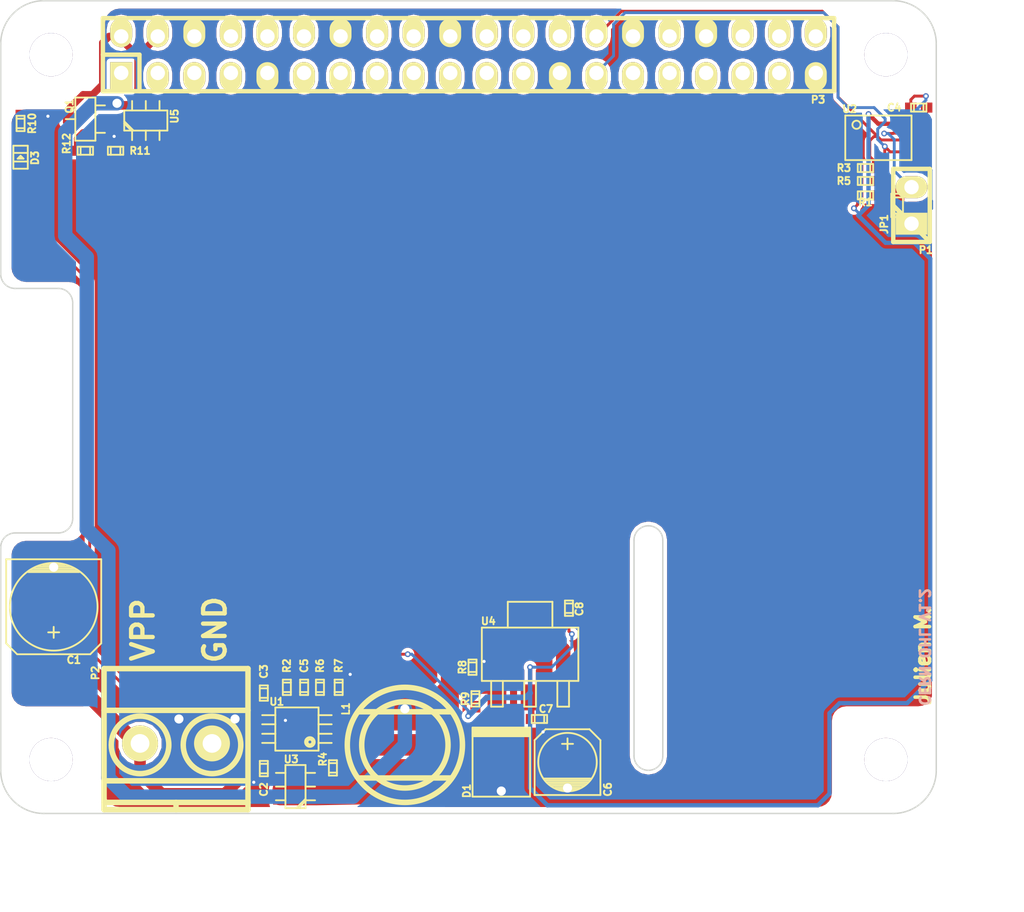
<source format=kicad_pcb>
(kicad_pcb (version 20211014) (generator pcbnew)
  (title_block (title "Raspberry Pi Hat Template") (date "2015-12-24") (rev "0.1") (company "OpenFet") (comment 1 "Author: Julien") (comment 2 "License: CERN OHL V1.2"))
  (layers (0 "F.Cu" signal) (31 "B.Cu" signal) (34 "B.Paste" user) (35 "F.Paste" user) (36 "B.SilkS" user "B.Silkscreen") (37 "F.SilkS" user "F.Silkscreen") (38 "B.Mask" user) (39 "F.Mask" user) (44 "Edge.Cuts" user))
  (net 0 "")
  (net 1 "GND")
  (net 2 "/Back Power Protection/5V_MCU")
  (net 3 "+3V3")
  (net 4 "+24V")
  (net 5 "+5V")
  (net 6 "Net-(C3-Pad2)")
  (net 7 "Net-(C5-Pad2)")
  (net 8 "Net-(D1-Pad2)")
  (net 9 "Net-(D3-Pad2)")
  (net 10 "Net-(JP1-Pad1)")
  (net 11 "Net-(P3-Pad27)")
  (net 12 "Net-(P3-Pad28)")
  (net 13 "Net-(Q1-Pad1)")
  (net 14 "Net-(R4-Pad2)")
  (net 15 "Net-(R8-Pad1)")
  (net 16 "Net-(R11-Pad1)")
  (net 17 "Net-(U1-Pad3)")
  (net 18 "Net-(U1-Pad7)")
  (net 19 "Net-(P3-Pad1)")
  (net 20 "Net-(P3-Pad3)")
  (net 21 "Net-(P3-Pad5)")
  (net 22 "Net-(P3-Pad7)")
  (net 23 "Net-(P3-Pad8)")
  (net 24 "Net-(P3-Pad10)")
  (net 25 "Net-(P3-Pad11)")
  (net 26 "Net-(P3-Pad12)")
  (net 27 "Net-(P3-Pad13)")
  (net 28 "Net-(P3-Pad15)")
  (net 29 "Net-(P3-Pad16)")
  (net 30 "Net-(P3-Pad17)")
  (net 31 "Net-(P3-Pad18)")
  (net 32 "Net-(P3-Pad19)")
  (net 33 "Net-(P3-Pad21)")
  (net 34 "Net-(P3-Pad22)")
  (net 35 "Net-(P3-Pad23)")
  (net 36 "Net-(P3-Pad24)")
  (net 37 "Net-(P3-Pad26)")
  (net 38 "Net-(P3-Pad29)")
  (net 39 "Net-(P3-Pad31)")
  (net 40 "Net-(P3-Pad32)")
  (net 41 "Net-(P3-Pad33)")
  (net 42 "Net-(P3-Pad35)")
  (net 43 "Net-(P3-Pad36)")
  (net 44 "Net-(P3-Pad37)")
  (net 45 "Net-(P3-Pad40)")
  (footprint "Mounting_Holes:MountingHole_3mm" (layer "F.Cu") (at 166.42 74.82)
    (fp_text reference "REF**" hide)
    (fp_text value "MountingHole_3mm" hide)
  )
  (footprint "Mounting_Holes:MountingHole_3mm" (layer "F.Cu") (at 108.42 74.82)
    (fp_text reference "REF**" hide)
    (fp_text value "MountingHole_3mm" hide)
  )
  (footprint "Mounting_Holes:MountingHole_3mm" (layer "F.Cu") (at 108.42 123.82)
    (fp_text reference "REF**" hide)
    (fp_text value "MountingHole_3mm" hide)
  )
  (footprint "Mounting_Holes:MountingHole_3mm" (layer "F.Cu") (at 166.42 123.82)
    (fp_text reference "REF**" hide)
    (fp_text value "MountingHole_3mm" hide)
  )
  (footprint "w_pin_strip:pin_socket_20x2" (layer "F.Cu") (at 137.42 74.82)
    (fp_text reference "P3")
    (fp_text value "Raspberry_Pi_+_Conn" hide)
  )
  (footprint "w_smd_cap:c_elec_6.3x7.7" (layer "F.Cu") (at 108.6 113.2 -90)
    (fp_text reference "C1")
    (fp_text value "50uf/50v" hide)
  )
  (footprint "w_smd_cap:c_0402" (layer "F.Cu") (at 123.2 124.44864 90)
    (fp_text reference "C2")
    (fp_text value "0.1uf" hide)
  )
  (footprint "w_smd_cap:c_0402" (layer "F.Cu") (at 123.2 119.2 90)
    (fp_text reference "C3")
    (fp_text value "1nf" hide)
  )
  (footprint "w_smd_cap:c_0402" (layer "F.Cu") (at 168.7 78.5)
    (fp_text reference "C4")
    (fp_text value "0.1uf" hide)
  )
  (footprint "w_smd_cap:c_0402" (layer "F.Cu") (at 126 118.8 90)
    (fp_text reference "C5")
    (fp_text value "0.1uf" hide)
  )
  (footprint "w_smd_cap:c_elec_4x5.3" (layer "F.Cu") (at 144.3 124 90)
    (fp_text reference "C6")
    (fp_text value "10uf/6.3V" hide)
  )
  (footprint "w_smd_cap:c_0402" (layer "F.Cu") (at 142.34864 121 180)
    (fp_text reference "C7")
    (fp_text value "0.1uf" hide)
  )
  (footprint "w_smd_diode:do214aa" (layer "F.Cu") (at 139.7 124 90)
    (fp_text reference "D1")
    (fp_text value "DIODESCH" hide)
  )
  (footprint "w_smd_leds:Led_0603" (layer "F.Cu") (at 106.3 81.9493 90)
    (fp_text reference "D3")
    (fp_text value "LED" hide)
  )
  (footprint "w_smd_resistors:r_0603" (layer "F.Cu") (at 167.2 85.3 90)
    (fp_text reference "JP1")
    (fp_text value "JUMPER" hide)
  )
  (footprint "w_smd_inductors:inductor_smd_8x5mm" (layer "F.Cu") (at 133 122.8 90)
    (fp_text reference "L1")
    (fp_text value "22uH" hide)
  )
  (footprint "w_pin_strip:pin_strip_2" (layer "F.Cu") (at 168.2 85.3 90)
    (fp_text reference "P1")
    (fp_text value "CONN_01X02" hide)
  )
  (footprint "w_conn_mkds:mkds_1,5-2" (layer "F.Cu") (at 117.1 122.7)
    (fp_text reference "P2")
    (fp_text value "CONN_01X02" hide)
  )
  (footprint "w_smd_trans:sot23" (layer "F.Cu") (at 110.8 79.3 90)
    (fp_text reference "Q1")
    (fp_text value "BSS138" hide)
  )
  (footprint "w_smd_resistors:r_0402" (layer "F.Cu") (at 165 84.6 180)
    (fp_text reference "R1")
    (fp_text value "1k" hide)
  )
  (footprint "w_smd_resistors:r_0402" (layer "F.Cu") (at 124.8 118.8 90)
    (fp_text reference "R2")
    (fp_text value "24k" hide)
  )
  (footprint "w_smd_resistors:r_0402" (layer "F.Cu") (at 165 82.7 180)
    (fp_text reference "R3")
    (fp_text value "3.9k" hide)
  )
  (footprint "w_smd_resistors:r_0402" (layer "F.Cu") (at 165 83.6 180)
    (fp_text reference "R5")
    (fp_text value "3.9k" hide)
  )
  (footprint "w_smd_resistors:r_0402" (layer "F.Cu") (at 127.1 118.8 90)
    (fp_text reference "R6")
    (fp_text value "30k" hide)
  )
  (footprint "w_smd_resistors:r_0402" (layer "F.Cu") (at 128.4 118.8 -90)
    (fp_text reference "R7")
    (fp_text value "10k" hide)
  )
  (footprint "w_smd_resistors:r_0402" (layer "F.Cu") (at 137.7 117.4 -90)
    (fp_text reference "R8")
    (fp_text value "390" hide)
  )
  (footprint "w_smd_resistors:r_0402" (layer "F.Cu") (at 137.9 119.6 -90)
    (fp_text reference "R9")
    (fp_text value "240" hide)
  )
  (footprint "w_smd_resistors:r_0402" (layer "F.Cu") (at 106.3 79.6 -90)
    (fp_text reference "R10")
    (fp_text value "360" hide)
  )
  (footprint "w_smd_resistors:r_0402" (layer "F.Cu") (at 112.9 81.5)
    (fp_text reference "R11")
    (fp_text value "10k" hide)
  )
  (footprint "w_smd_resistors:r_0402" (layer "F.Cu") (at 110.8 81.5 180)
    (fp_text reference "R12")
    (fp_text value "47k" hide)
  )
  (footprint "w_smd_dil:msoic-8" (layer "F.Cu") (at 125.5 121.7 90)
    (fp_text reference "U1")
    (fp_text value "LM3489" hide)
  )
  (footprint "w_smd_dil:tssop-8" (layer "F.Cu") (at 165.9 80.6 -90)
    (fp_text reference "U2")
    (fp_text value "CAT24C32HU4I-GT3" hide)
  )
  (footprint "w_smd_trans:sot23-6" (layer "F.Cu") (at 125.4 125.7 90)
    (fp_text reference "U3")
    (fp_text value "FDC5614P" hide)
  )
  (footprint "w_smd_trans:sot223" (layer "F.Cu") (at 141.7 116.5)
    (fp_text reference "U4")
    (fp_text value "LM1117IMPX-ADJ" hide)
  )
  (footprint "w_smd_trans:sot23-6" (layer "F.Cu") (at 115 79.4)
    (fp_text reference "U5")
    (fp_text value "DMMT5401" hide)
  )
  (footprint "w_smd_resistors:r_0402" (layer "F.Cu") (at 128 124.4 -90)
    (fp_text reference "R4")
    (fp_text value "270" hide)
  )
  (footprint "w_smd_cap:c_0402" (layer "F.Cu") (at 144.4 113.3 -90)
    (fp_text reference "C8")
    (fp_text value "1uf" hide)
  )
  (gr_arc (start 166.92 71.07) (mid 169.04132 71.94868) (end 169.92 74.07) (layer "Edge.Cuts") (width 0.1))
  (gr_arc (start 104.92 109.07) (mid 105.212893 108.362893) (end 105.92 108.07) (layer "Edge.Cuts") (width 0.1))
  (gr_line (start 104.92 109.07) (end 104.92 124.57) (layer "Edge.Cuts") (width 0.1))
  (gr_arc (start 169.92 124.57) (mid 169.04132 126.69132) (end 166.92 127.57) (layer "Edge.Cuts") (width 0.1))
  (gr_arc (start 105.92 91.07) (mid 105.212893 90.777107) (end 104.92 90.07) (layer "Edge.Cuts") (width 0.1))
  (gr_arc (start 108.92 91.07) (mid 109.627107 91.362893) (end 109.92 92.07) (layer "Edge.Cuts") (width 0.1))
  (gr_line (start 109.92 92.07) (end 109.92 107.07) (layer "Edge.Cuts") (width 0.1))
  (gr_line (start 166.92 127.57) (end 107.92 127.57) (layer "Edge.Cuts") (width 0.1))
  (gr_arc (start 149.92 107.57) (mid 150.627107 107.862893) (end 150.92 108.57) (layer "Edge.Cuts") (width 0.1))
  (gr_line (start 148.92 123.57) (end 148.92 108.57) (layer "Edge.Cuts") (width 0.1))
  (gr_line (start 150.92 108.57) (end 150.92 123.57) (layer "Edge.Cuts") (width 0.1))
  (gr_arc (start 109.92 107.07) (mid 109.627107 107.777107) (end 108.92 108.07) (layer "Edge.Cuts") (width 0.1))
  (gr_arc (start 150.92 123.57) (mid 150.627107 124.277107) (end 149.92 124.57) (layer "Edge.Cuts") (width 0.1))
  (gr_arc (start 148.92 108.57) (mid 149.212893 107.862893) (end 149.92 107.57) (layer "Edge.Cuts") (width 0.1))
  (gr_line (start 104.92 90.07) (end 104.92 74.07) (layer "Edge.Cuts") (width 0.1))
  (gr_arc (start 104.92 74.07) (mid 105.79868 71.94868) (end 107.92 71.07) (layer "Edge.Cuts") (width 0.1))
  (gr_line (start 169.92 74.07) (end 169.92 124.57) (layer "Edge.Cuts") (width 0.1))
  (gr_arc (start 107.92 127.57) (mid 105.79868 126.69132) (end 104.92 124.57) (layer "Edge.Cuts") (width 0.1))
  (gr_line (start 105.92 91.07) (end 108.92 91.07) (layer "Edge.Cuts") (width 0.1))
  (gr_line (start 107.92 71.07) (end 166.92 71.07) (layer "Edge.Cuts") (width 0.1))
  (gr_line (start 108.92 108.07) (end 105.92 108.07) (layer "Edge.Cuts") (width 0.1))
  (gr_arc (start 149.92 124.57) (mid 149.212893 124.277107) (end 148.92 123.57) (layer "Edge.Cuts") (width 0.1))
  (gr_text "CERN OHL V1.2" (at 169.1 116 270) (layer "B.SilkS") (effects (font (size 0.7 0.7) (thickness 0.175)) (justify mirror)))
  (gr_text "VPP" (at 114.8 114.8 90) (layer "F.SilkS") (effects (font (size 1.5 1.5) (thickness 0.3))))
  (gr_text "Julien M." (at 169 116.6 90) (layer "F.SilkS") (effects (font (size 1 1) (thickness 0.25))))
  (gr_text "GND" (at 119.8 114.8 90) (layer "F.SilkS") (effects (font (size 1.5 1.5) (thickness 0.3))))
  (segment (start 119 122.7) (end 117.3 121) (width 1) (layer "F.Cu") (net 1))
  (segment (start 124.42512 121.37488) (end 124.7 121.1) (width 0.4) (layer "F.Cu") (net 1))
  (segment (start 138.35136 116.85136) (end 138.5 117) (width 0.2) (layer "F.Cu") (net 1))
  (segment (start 167.71816 86.57) (end 167.2 86.05184) (width 0.2) (layer "F.Cu") (net 1))
  (segment (start 117.3 121) (end 116.855501 120.555501) (width 0.8) (layer "F.Cu") (net 1))
  (segment (start 116.855501 120.555501) (end 114.055501 120.555501) (width 0.8) (layer "F.Cu") (net 1))
  (segment (start 137.7 116.85136) (end 138.35136 116.85136) (width 0.2) (layer "F.Cu") (net 1))
  (segment (start 123.2 124.99728) (end 122.90272 124.99728) (width 0.2) (layer "F.Cu") (net 1))
  (segment (start 123.19876 121.37488) (end 124.42512 121.37488) (width 0.4) (layer "F.Cu") (net 1))
  (segment (start 168.40211 77.7) (end 169.2 77.7) (width 0.2) (layer "F.Cu") (net 1))
  (segment (start 129.2 118.20061) (end 129.2 117.9) (width 0.4) (layer "F.Cu") (net 1))
  (segment (start 106.3 79.05136) (end 106.84925 79.05136) (width 0.2) (layer "F.Cu") (net 1))
  (segment (start 119.6 122.7) (end 119 122.7) (width 1) (layer "F.Cu") (net 1))
  (segment (start 142.89728 121.60272) (end 142.6 121.9) (width 0.4) (layer "F.Cu") (net 1))
  (segment (start 168.2 86.57) (end 167.71816 86.57) (width 0.2) (layer "F.Cu") (net 1))
  (segment (start 107.10061 78.8) (end 107.9 78.8) (width 0.2) (layer "F.Cu") (net 1))
  (segment (start 129.14925 118.25136) (end 129.2 118.20061) (width 0.4) (layer "F.Cu") (net 1))
  (segment (start 106.84925 79.05136) (end 107.10061 78.8) (width 0.2) (layer "F.Cu") (net 1))
  (segment (start 128.4 118.25136) (end 129.14925 118.25136) (width 0.4) (layer "F.Cu") (net 1))
  (segment (start 168.15136 77.95075) (end 168.40211 77.7) (width 0.2) (layer "F.Cu") (net 1))
  (segment (start 122.90272 124.99728) (end 122.5 125.4) (width 0.2) (layer "F.Cu") (net 1))
  (segment (start 168.15136 78.5) (end 168.15136 77.95075) (width 0.2) (layer "F.Cu") (net 1))
  (segment (start 112.35136 81.5) (end 112.35136 80.94864) (width 0.2) (layer "F.Cu") (net 1))
  (segment (start 108.6 111.44867) (end 108.6 110.44918) (width 0.8) (layer "F.Cu") (net 1))
  (segment (start 112.35136 80.94864) (end 112.8 80.5) (width 0.2) (layer "F.Cu") (net 1))
  (segment (start 107.9 78.8) (end 108.2 79.1) (width 0.2) (layer "F.Cu") (net 1))
  (segment (start 110.3 116.8) (end 110.3 113.14867) (width 0.8) (layer "F.Cu") (net 1))
  (segment (start 114.055501 120.555501) (end 110.3 116.8) (width 0.8) (layer "F.Cu") (net 1))
  (segment (start 142.89728 121) (end 142.89728 121.60272) (width 0.4) (layer "F.Cu") (net 1))
  (segment (start 110.3 113.14867) (end 108.6 111.44867) (width 0.8) (layer "F.Cu") (net 1))
  (segment (start 111.34864 81.5) (end 112.35136 81.5) (width 0.5) (layer "F.Cu") (net 1))
  (via (at 108.2 79.1) (size 0.4) (drill 0.22) (layers "F.Cu" "B.Cu") (net 1))
  (via (at 139.7 126.00914) (size 0.889) (drill 0.635) (layers "F.Cu" "B.Cu") (net 1))
  (via (at 144.3 125.80086) (size 0.889) (drill 0.635) (layers "F.Cu" "B.Cu") (net 1))
  (via (at 129.2 117.9) (size 0.4) (drill 0.22) (layers "F.Cu" "B.Cu") (net 1))
  (via (at 117.3 121) (size 0.889) (drill 0.635) (layers "F.Cu" "B.Cu") (net 1))
  (via (at 138.5 117) (size 0.4) (drill 0.22) (layers "F.Cu" "B.Cu") (net 1))
  (via (at 124.7 121.1) (size 0.4) (drill 0.22) (layers "F.Cu" "B.Cu") (net 1))
  (via (at 169.2 77.7) (size 0.4) (drill 0.22) (layers "F.Cu" "B.Cu") (net 1))
  (via (at 142.6 121.9) (size 0.4) (drill 0.22) (layers "F.Cu" "B.Cu") (net 1))
  (via (at 121.2 121) (size 0.889) (drill 0.635) (layers "F.Cu" "B.Cu") (net 1))
  (via (at 122.5 125.4) (size 0.4) (drill 0.22) (layers "F.Cu" "B.Cu") (net 1))
  (via (at 108.6 110.44918) (size 0.889) (drill 0.635) (layers "F.Cu" "B.Cu") (net 1))
  (via (at 112.8 80.5) (size 0.4) (drill 0.22) (layers "F.Cu" "B.Cu") (net 1))
  (segment (start 169.2 77.982842) (end 168.4 78.782842) (width 0.2) (layer "B.Cu") (net 1))
  (segment (start 119.6 122.7) (end 119.6 122.6) (width 1) (layer "B.Cu") (net 1))
  (segment (start 169.54983 82.84983) (end 169.54983 84.95017) (width 0.2) (layer "B.Cu") (net 1))
  (segment (start 169.2 77.7) (end 169.2 77.982842) (width 0.2) (layer "B.Cu") (net 1))
  (segment (start 168.53782 86.57) (end 168.2 86.57) (width 0.2) (layer "B.Cu") (net 1))
  (segment (start 169.6 85.50782) (end 168.53782 86.57) (width 0.2) (layer "B.Cu") (net 1))
  (segment (start 169.54983 84.95017) (end 169.6 85.00034) (width 0.2) (layer "B.Cu") (net 1))
  (segment (start 119.6 122.6) (end 121.2 121) (width 1) (layer "B.Cu") (net 1))
  (segment (start 169.6 85.00034) (end 169.6 85.50782) (width 0.2) (layer "B.Cu") (net 1))
  (segment (start 168.4 78.782842) (end 168.4 81.7) (width 0.2) (layer "B.Cu") (net 1))
  (segment (start 168.4 81.7) (end 169.54983 82.84983) (width 0.2) (layer "B.Cu") (net 1))
  (segment (start 112.45 73.55) (end 113.29 73.55) (width 0.5) (layer "F.Cu") (net 2))
  (segment (start 113.29 73.765998) (end 114.452001 74.927999) (width 0.5) (layer "F.Cu") (net 2))
  (segment (start 115 78.34336) (end 115 77.7) (width 0.5) (layer "F.Cu") (net 2))
  (segment (start 114.452001 77.152001) (end 114.452001 74.927999) (width 0.5) (layer "F.Cu") (net 2))
  (segment (start 112 76.9) (end 112 74) (width 0.5) (layer "F.Cu") (net 2))
  (segment (start 115 77.7) (end 114.452001 77.152001) (width 0.5) (layer "F.Cu") (net 2))
  (segment (start 110.64364 77.6) (end 111.3 77.6) (width 0.5) (layer "F.Cu") (net 2))
  (segment (start 114.452001 74.927999) (end 115.83 73.55) (width 0.5) (layer "F.Cu") (net 2))
  (segment (start 111.3 77.6) (end 112 76.9) (width 0.5) (layer "F.Cu") (net 2))
  (segment (start 109.74336 79.3) (end 109.74336 78.50028) (width 0.5) (layer "F.Cu") (net 2))
  (segment (start 112 74) (end 112.45 73.55) (width 0.5) (layer "F.Cu") (net 2))
  (segment (start 113.29 73.55) (end 113.29 73.765998) (width 0.5) (layer "F.Cu") (net 2))
  (segment (start 109.74336 78.50028) (end 110.64364 77.6) (width 0.5) (layer "F.Cu") (net 2))
  (segment (start 164.45136 84.6) (end 164.45136 85.24864) (width 0.2) (layer "F.Cu") (net 3))
  (segment (start 144.4 114.9) (end 144.6 115.1) (width 0.2) (layer "F.Cu") (net 3))
  (segment (start 126.2 117.5) (end 127.2 116.5) (width 0.2) (layer "F.Cu") (net 3))
  (segment (start 137.9 120.14864) (end 137.9 120.3) (width 0.2) (layer "F.Cu") (net 3))
  (segment (start 169.24864 78.5) (end 169.24864 79.07508) (width 0.2) (layer "F.Cu") (net 3))
  (segment (start 141.8 119.59974) (end 141.7 119.49974) (width 0.4) (layer "F.Cu") (net 3))
  (segment (start 164.45136 85.24864) (end 164.2 85.5) (width 0.2) (layer "F.Cu") (net 3))
  (segment (start 111.1 116.3) (end 113.5 118.7) (width 0.2) (layer "F.Cu") (net 3))
  (segment (start 165.413004 79.150019) (end 165.213005 78.95002) (width 0.3) (layer "F.Cu") (net 3))
  (segment (start 144.4 113.84864) (end 144.4 114.9) (width 0.2) (layer "F.Cu") (net 3))
  (segment (start 141.7 117.4) (end 141.7 119.49974) (width 0.3) (layer "F.Cu") (net 3))
  (segment (start 106.3 82.6986) (end 106.3 85.8) (width 0.2) (layer "F.Cu") (net 3))
  (segment (start 164.45136 84.6) (end 164.45136 83.6) (width 0.2) (layer "F.Cu") (net 3))
  (segment (start 141.8 121) (end 141.8 119.59974) (width 0.4) (layer "F.Cu") (net 3))
  (segment (start 164.45136 82.7) (end 164.45136 83.6) (width 0.2) (layer "F.Cu") (net 3))
  (segment (start 168.69908 79.62464) (end 165.887625 79.62464) (width 0.3) (layer "F.Cu") (net 3))
  (segment (start 121.3 118.7) (end 122.2 117.8) (width 0.2) (layer "F.Cu") (net 3))
  (segment (start 106.3 85.8) (end 111.1 90.6) (width 0.2) (layer "F.Cu") (net 3))
  (segment (start 111.1 90.6) (end 111.1 116.3) (width 0.2) (layer "F.Cu") (net 3))
  (segment (start 137.9 120.3) (end 137.4 120.8) (width 0.2) (layer "F.Cu") (net 3))
  (segment (start 165.887625 79.62464) (end 165.413004 79.150019) (width 0.3) (layer "F.Cu") (net 3))
  (segment (start 127.2 116.5) (end 133.2 116.5) (width 0.2) (layer "F.Cu") (net 3))
  (segment (start 113.5 118.7) (end 121.3 118.7) (width 0.2) (layer "F.Cu") (net 3))
  (segment (start 122.2 117.8) (end 122.5 117.5) (width 0.2) (layer "F.Cu") (net 3))
  (segment (start 169.24864 79.07508) (end 168.69908 79.62464) (width 0.2) (layer "F.Cu") (net 3))
  (segment (start 122.5 117.5) (end 126.2 117.5) (width 0.2) (layer "F.Cu") (net 3))
  (via (at 165.213005 78.95002) (size 0.4) (drill 0.22) (layers "F.Cu" "B.Cu") (net 3))
  (via (at 133.2 116.5) (size 0.4) (drill 0.22) (layers "F.Cu" "B.Cu") (net 3))
  (via (at 164.2 85.5) (size 0.4) (drill 0.22) (layers "F.Cu" "B.Cu") (net 3))
  (via (at 137.4 120.8) (size 0.4) (drill 0.22) (layers "F.Cu" "B.Cu") (net 3))
  (via (at 141.7 117.4) (size 0.4) (drill 0.22) (layers "F.Cu" "B.Cu") (net 3))
  (via (at 144.6 115.1) (size 0.4) (drill 0.22) (layers "F.Cu" "B.Cu") (net 3))
  (segment (start 133.482842 116.5) (end 137.4 120.417158) (width 0.2) (layer "B.Cu") (net 3))
  (segment (start 138.7 119.5) (end 141.4 119.5) (width 0.4) (layer "B.Cu") (net 3))
  (segment (start 137.4 120.417158) (end 137.4 120.517158) (width 0.2) (layer "B.Cu") (net 3))
  (segment (start 161.7 127) (end 142.9 127) (width 0.3) (layer "B.Cu") (net 3))
  (segment (start 164.2 85.5) (end 164.5 85.8) (width 0.2) (layer "B.Cu") (net 3))
  (segment (start 141.4 119.5) (end 141.7 119.2) (width 0.4) (layer "B.Cu") (net 3))
  (segment (start 164.5 86) (end 165.213005 85.286995) (width 0.3) (layer "B.Cu") (net 3))
  (segment (start 144.6 115.1) (end 144.6 116) (width 0.2) (layer "B.Cu") (net 3))
  (segment (start 165.213005 85.286995) (end 165.213005 79.232862) (width 0.3) (layer "B.Cu") (net 3))
  (segment (start 166.4 87.9) (end 168.4 87.9) (width 0.3) (layer "B.Cu") (net 3))
  (segment (start 137.4 120.8) (end 138.7 119.5) (width 0.4) (layer "B.Cu") (net 3))
  (segment (start 142.9 127) (end 141.7 125.8) (width 0.3) (layer "B.Cu") (net 3))
  (segment (start 163.2 119.9) (end 162.5 120.6) (width 0.3) (layer "B.Cu") (net 3))
  (segment (start 137.4 120.517158) (end 137.4 120.8) (width 0.2) (layer "B.Cu") (net 3))
  (segment (start 162.5 120.6) (end 162.5 126.2) (width 0.3) (layer "B.Cu") (net 3))
  (segment (start 141.7 125.8) (end 141.7 119.2) (width 0.3) (layer "B.Cu") (net 3))
  (segment (start 141.7 119.2) (end 141.7 117.4) (width 0.3) (layer "B.Cu") (net 3))
  (segment (start 168.4 87.9) (end 169.5 89) (width 0.3) (layer "B.Cu") (net 3))
  (segment (start 133.2 116.5) (end 133.482842 116.5) (width 0.2) (layer "B.Cu") (net 3))
  (segment (start 162.5 126.2) (end 161.7 127) (width 0.3) (layer "B.Cu") (net 3))
  (segment (start 164.5 85.8) (end 164.5 86) (width 0.2) (layer "B.Cu") (net 3))
  (segment (start 164.5 86) (end 166.4 87.9) (width 0.3) (layer "B.Cu") (net 3))
  (segment (start 169.5 89) (end 169.5 118.3) (width 0.3) (layer "B.Cu") (net 3))
  (segment (start 143.2 117.4) (end 141.7 117.4) (width 0.2) (layer "B.Cu") (net 3))
  (segment (start 169.5 118.3) (end 167.9 119.9) (width 0.3) (layer "B.Cu") (net 3))
  (segment (start 165.213005 79.232862) (end 165.213005 78.95002) (width 0.3) (layer "B.Cu") (net 3))
  (segment (start 144.6 116) (end 143.2 117.4) (width 0.2) (layer "B.Cu") (net 3))
  (segment (start 167.9 119.9) (end 163.2 119.9) (width 0.3) (layer "B.Cu") (net 3))
  (segment (start 108.6 115.95082) (end 108.6 116.95031) (width 1) (layer "F.Cu") (net 4))
  (segment (start 121.9 124.8) (end 120.5 126.2) (width 0.8) (layer "F.Cu") (net 4))
  (segment (start 123.2 118.65136) (end 123.94925 118.65136) (width 0.4) (layer "F.Cu") (net 4))
  (segment (start 114.34969 122.7) (end 114.6 122.7) (width 1) (layer "F.Cu") (net 4))
  (segment (start 124.75075 118.30061) (end 124.8 118.25136) (width 0.4) (layer "F.Cu") (net 4))
  (segment (start 122.28822 122.67536) (end 123.19876 122.67536) (width 0.4) (layer "F.Cu") (net 4))
  (segment (start 116.1 126.2) (end 114.6 124.7) (width 0.8) (layer "F.Cu") (net 4))
  (segment (start 122.2 118.90211) (end 122.2 122.58714) (width 0.4) (layer "F.Cu") (net 4))
  (segment (start 124.34336 124.7475) (end 124.34336 124.401338) (width 0.8) (layer "F.Cu") (net 4))
  (segment (start 123.2 123.9) (end 122.05075 123.9) (width 0.8) (layer "F.Cu") (net 4))
  (segment (start 114.6 124.7) (end 114.6 122.7) (width 0.8) (layer "F.Cu") (net 4))
  (segment (start 123.19876 122.67536) (end 124.1093 122.67536) (width 0.4) (layer "F.Cu") (net 4))
  (segment (start 123.19876 122.67536) (end 122.89269 122.67536) (width 0.4) (layer "F.Cu") (net 4))
  (segment (start 122.45075 118.65136) (end 122.2 118.90211) (width 0.4) (layer "F.Cu") (net 4))
  (segment (start 124.34336 122.90942) (end 124.34336 124.04778) (width 0.4) (layer "F.Cu") (net 4))
  (segment (start 124.34336 124.401338) (end 123.842022 123.9) (width 0.8) (layer "F.Cu") (net 4))
  (segment (start 123.94925 118.65136) (end 124.3 118.30061) (width 0.4) (layer "F.Cu") (net 4))
  (segment (start 122.2 122.58714) (end 122.28822 122.67536) (width 0.4) (layer "F.Cu") (net 4))
  (segment (start 122.05075 123.9) (end 121.9 124.05075) (width 0.8) (layer "F.Cu") (net 4))
  (segment (start 120.5 126.2) (end 116.1 126.2) (width 0.8) (layer "F.Cu") (net 4))
  (segment (start 123.2 118.65136) (end 122.45075 118.65136) (width 0.4) (layer "F.Cu") (net 4))
  (segment (start 124.34336 124.04778) (end 124.34336 124.7475) (width 0.4) (layer "F.Cu") (net 4))
  (segment (start 124.3 118.30061) (end 124.75075 118.30061) (width 0.4) (layer "F.Cu") (net 4))
  (segment (start 123.50483 122.67536) (end 123.19876 122.67536) (width 0.4) (layer "F.Cu") (net 4))
  (segment (start 124.1093 122.67536) (end 124.34336 122.90942) (width 0.4) (layer "F.Cu") (net 4))
  (segment (start 123.842022 123.9) (end 123.2 123.9) (width 0.8) (layer "F.Cu") (net 4))
  (segment (start 121.9 124.05075) (end 121.9 124.8) (width 0.8) (layer "F.Cu") (net 4))
  (segment (start 108.6 116.95031) (end 114.34969 122.7) (width 1) (layer "F.Cu") (net 4))
  (segment (start 144.3 122.19914) (end 144.3 119.7985) (width 1) (layer "F.Cu") (net 5))
  (segment (start 111.85664 78.3475) (end 112.8525 78.3475) (width 0.6) (layer "F.Cu") (net 5))
  (segment (start 129.7 117.3) (end 132.70064 120.30064) (width 0.4) (layer "F.Cu") (net 5))
  (segment (start 143.4 115.6) (end 144.00124 116.20124) (width 1) (layer "F.Cu") (net 5))
  (segment (start 114.0475 78.34336) (end 113.14336 78.34336) (width 0.6) (layer "F.Cu") (net 5))
  (segment (start 126 118.25136) (end 127.1 118.25136) (width 0.4) (layer "F.Cu") (net 5))
  (segment (start 136 118.7) (end 136 116) (width 1) (layer "F.Cu") (net 5))
  (segment (start 113.14336 78.34336) (end 113 78.2) (width 0.6) (layer "F.Cu") (net 5))
  (segment (start 134.39936 120.30064) (end 136 118.7) (width 1) (layer "F.Cu") (net 5))
  (segment (start 133 120.30064) (end 134.39936 120.30064) (width 1) (layer "F.Cu") (net 5))
  (segment (start 136 116) (end 136.4 115.6) (width 1) (layer "F.Cu") (net 5))
  (segment (start 127.25131 117.3) (end 129.7 117.3) (width 0.4) (layer "F.Cu") (net 5))
  (segment (start 132.70064 120.30064) (end 133 120.30064) (width 0.4) (layer "F.Cu") (net 5))
  (segment (start 112.8525 78.3475) (end 113 78.2) (width 0.6) (layer "F.Cu") (net 5))
  (segment (start 111.86078 78.34336) (end 111.85664 78.3475) (width 0.4) (layer "F.Cu") (net 5))
  (segment (start 127.1 118.25136) (end 127.1 117.45131) (width 0.4) (layer "F.Cu") (net 5))
  (segment (start 144.3 119.7985) (end 144.00124 119.49974) (width 1) (layer "F.Cu") (net 5))
  (segment (start 136.4 115.6) (end 143.4 115.6) (width 1) (layer "F.Cu") (net 5))
  (segment (start 127.1 117.45131) (end 127.25131 117.3) (width 0.4) (layer "F.Cu") (net 5))
  (segment (start 144.00124 116.20124) (end 144.00124 119.49974) (width 1) (layer "F.Cu") (net 5))
  (via (at 133 120.30064) (size 0.889) (drill 0.635) (layers "F.Cu" "B.Cu") (net 5))
  (via (at 113 78.2) (size 0.889) (drill 0.635) (layers "F.Cu" "B.Cu") (net 5))
  (segment (start 109.4 87.4) (end 109.4 80.2) (width 1) (layer "B.Cu") (net 5))
  (segment (start 112.4 109.3) (end 110.9 107.8) (width 1) (layer "B.Cu") (net 5))
  (segment (start 133 122.79924) (end 129.39924 126.4) (width 1) (layer "B.Cu") (net 5))
  (segment (start 112.4 125.1) (end 112.4 109.3) (width 1) (layer "B.Cu") (net 5))
  (segment (start 109.4 80.2) (end 111.4 78.2) (width 1) (layer "B.Cu") (net 5))
  (segment (start 113.7 126.4) (end 112.4 125.1) (width 1) (layer "B.Cu") (net 5))
  (segment (start 133 120.30064) (end 133 122.79924) (width 1) (layer "B.Cu") (net 5))
  (segment (start 110.9 88.9) (end 109.4 87.4) (width 1) (layer "B.Cu") (net 5))
  (segment (start 129.39924 126.4) (end 113.7 126.4) (width 1) (layer "B.Cu") (net 5))
  (segment (start 110.9 107.8) (end 110.9 88.9) (width 1) (layer "B.Cu") (net 5))
  (segment (start 111.4 78.2) (end 113 78.2) (width 1) (layer "B.Cu") (net 5))
  (segment (start 124.8 119.34864) (end 124.4 119.74864) (width 0.4) (layer "F.Cu") (net 6))
  (segment (start 123.2 119.74864) (end 123.2 120.7234) (width 0.4) (layer "F.Cu") (net 6))
  (segment (start 123.2 120.7234) (end 123.19876 120.72464) (width 0.4) (layer "F.Cu") (net 6))
  (segment (start 123.19876 119.74988) (end 123.2 119.74864) (width 0.4) (layer "F.Cu") (net 6))
  (segment (start 124.4 119.74864) (end 123.2 119.74864) (width 0.4) (layer "F.Cu") (net 6))
  (segment (start 126.26606 119.96606) (end 126 119.7) (width 0.4) (layer "F.Cu") (net 7))
  (segment (start 126 119.34864) (end 127.1 119.34864) (width 0.4) (layer "F.Cu") (net 7))
  (segment (start 126.8907 120.72464) (end 126.26606 120.1) (width 0.4) (layer "F.Cu") (net 7))
  (segment (start 126.26606 120.1) (end 126.26606 119.96606) (width 0.4) (layer "F.Cu") (net 7))
  (segment (start 128.4 119.34864) (end 127.1 119.34864) (width 0.4) (layer "F.Cu") (net 7))
  (segment (start 126 119.7) (end 126 119.34864) (width 0.4) (layer "F.Cu") (net 7))
  (segment (start 127.80124 120.72464) (end 126.8907 120.72464) (width 0.4) (layer "F.Cu") (net 7))
  (segment (start 139.44887 121.29086) (end 139.6 121.29086) (width 0.4) (layer "F.Cu") (net 8))
  (segment (start 106.3 80.14864) (end 106.3 81.2) (width 0.2) (layer "F.Cu") (net 9))
  (segment (start 166.9 80.3) (end 166.3 80.3) (width 0.2) (layer "F.Cu") (net 10))
  (segment (start 166.92258 80.27742) (end 166.9 80.3) (width 0.2) (layer "F.Cu") (net 10))
  (segment (start 168.69908 80.27742) (end 166.92258 80.27742) (width 0.2) (layer "F.Cu") (net 10))
  (segment (start 167.68184 84.54816) (end 168.2 84.03) (width 0.2) (layer "F.Cu") (net 10))
  (segment (start 167.2 84.54816) (end 165.60048 84.54816) (width 0.2) (layer "F.Cu") (net 10))
  (segment (start 167.2 84.54816) (end 167.68184 84.54816) (width 0.2) (layer "F.Cu") (net 10))
  (segment (start 165.60048 84.54816) (end 165.54864 84.6) (width 0.2) (layer "F.Cu") (net 10))
  (via (at 166.3 80.3) (size 0.4) (drill 0.22) (layers "F.Cu" "B.Cu") (net 10))
  (segment (start 166.582842 80.3) (end 167 80.717158) (width 0.2) (layer "B.Cu") (net 10))
  (segment (start 168.13 84.03) (end 168.2 84.03) (width 0.2) (layer "B.Cu") (net 10))
  (segment (start 167 80.717158) (end 167 82.9) (width 0.2) (layer "B.Cu") (net 10))
  (segment (start 166.3 80.3) (end 166.582842 80.3) (width 0.2) (layer "B.Cu") (net 10))
  (segment (start 167 82.9) (end 168.13 84.03) (width 0.2) (layer "B.Cu") (net 10))
  (segment (start 166.342471 81.482864) (end 166.342471 81.200022) (width 0.2) (layer "F.Cu") (net 11))
  (segment (start 166.717809 81.57536) (end 166.54247 81.400021) (width 0.2) (layer "F.Cu") (net 11))
  (segment (start 168.69908 81.57536) (end 166.717809 81.57536) (width 0.2) (layer "F.Cu") (net 11))
  (segment (start 166.54247 81.400021) (end 166.342471 81.200022) (width 0.2) (layer "F.Cu") (net 11))
  (segment (start 166.14869 83.6) (end 166.342471 83.406219) (width 0.2) (layer "F.Cu") (net 11))
  (segment (start 165.54864 83.6) (end 166.14869 83.6) (width 0.2) (layer "F.Cu") (net 11))
  (segment (start 166.342471 83.406219) (end 166.342471 81.482864) (width 0.2) (layer "F.Cu") (net 11))
  (via (at 166.342471 81.200022) (size 0.4) (drill 0.22) (layers "F.Cu" "B.Cu") (net 11))
  (segment (start 147.5 74.9) (end 146.31 76.09) (width 0.2) (layer "B.Cu") (net 11))
  (segment (start 147.5 72.7) (end 147.5 74.9) (width 0.2) (layer "B.Cu") (net 11))
  (segment (start 166.342471 81.200022) (end 165.849999 80.70755) (width 0.2) (layer "B.Cu") (net 11))
  (segment (start 165.849999 80.70755) (end 165.849999 79.983999) (width 0.2) (layer "B.Cu") (net 11))
  (segment (start 166.369718 79.46428) (end 166.369718 79.269718) (width 0.2) (layer "B.Cu") (net 11))
  (segment (start 163.8 78.5) (end 163.1 77.8) (width 0.2) (layer "B.Cu") (net 11))
  (segment (start 165.849999 79.983999) (end 166.369718 79.46428) (width 0.2) (layer "B.Cu") (net 11))
  (segment (start 163.1 72.9) (end 162.1 71.9) (width 0.2) (layer "B.Cu") (net 11))
  (segment (start 162.1 71.9) (end 148.3 71.9) (width 0.2) (layer "B.Cu") (net 11))
  (segment (start 148.3 71.9) (end 147.5 72.7) (width 0.2) (layer "B.Cu") (net 11))
  (segment (start 163.1 77.8) (end 163.1 72.9) (width 0.2) (layer "B.Cu") (net 11))
  (segment (start 165.6 78.5) (end 163.8 78.5) (width 0.2) (layer "B.Cu") (net 11))
  (segment (start 166.369718 79.269718) (end 165.6 78.5) (width 0.2) (layer "B.Cu") (net 11))
  (segment (start 168.69908 80.92258) (end 167.76375 80.92258) (width 0.2) (layer "F.Cu") (net 12))
  (segment (start 148.06 71.8) (end 146.31 73.55) (width 0.2) (layer "F.Cu") (net 12))
  (segment (start 167.591172 80.750002) (end 166.083998 80.750002) (width 0.2) (layer "F.Cu") (net 12))
  (segment (start 165.3 80.8) (end 165.583998 80.516002) (width 0.2) (layer "F.Cu") (net 12))
  (segment (start 165.3 81.90211) (end 165.3 80.8) (width 0.2) (layer "F.Cu") (net 12))
  (segment (start 165.54864 82.15075) (end 165.3 81.90211) (width 0.2) (layer "F.Cu") (net 12))
  (segment (start 163.1 72.9) (end 162 71.8) (width 0.2) (layer "F.Cu") (net 12))
  (segment (start 166.083998 80.750002) (end 165.849998 80.516002) (width 0.2) (layer "F.Cu") (net 12))
  (segment (start 162 71.8) (end 148.06 71.8) (width 0.2) (layer "F.Cu") (net 12))
  (segment (start 165.849998 80.516002) (end 163.1 77.766004) (width 0.2) (layer "F.Cu") (net 12))
  (segment (start 163.1 77.766004) (end 163.1 72.9) (width 0.2) (layer "F.Cu") (net 12))
  (segment (start 167.76375 80.92258) (end 167.591172 80.750002) (width 0.2) (layer "F.Cu") (net 12))
  (segment (start 165.54864 82.7) (end 165.54864 82.15075) (width 0.2) (layer "F.Cu") (net 12))
  (segment (start 165.583998 80.516002) (end 165.849998 80.516002) (width 0.2) (layer "F.Cu") (net 12))
  (segment (start 111.8 79.3) (end 111.5 79.6) (width 0.5) (layer "F.Cu") (net 13))
  (segment (start 110.64961 80.2525) (end 110.85626 80.2525) (width 0.5) (layer "F.Cu") (net 13))
  (segment (start 115.9525 78.34336) (end 115.9525 78.910962) (width 0.5) (layer "F.Cu") (net 13))
  (segment (start 115.563462 79.3) (end 111.8 79.3) (width 0.5) (layer "F.Cu") (net 13))
  (segment (start 111.5 79.6) (end 111.5 79.89586) (width 0.5) (layer "F.Cu") (net 13))
  (segment (start 111.5 79.89586) (end 111.85664 80.2525) (width 0.5) (layer "F.Cu") (net 13))
  (segment (start 110.85626 80.2525) (end 111.85664 80.2525) (width 0.5) (layer "F.Cu") (net 13))
  (segment (start 115.9525 78.910962) (end 115.563462 79.3) (width 0.5) (layer "F.Cu") (net 13))
  (segment (start 110.25136 80.65075) (end 110.64961 80.2525) (width 0.5) (layer "F.Cu") (net 13))
  (segment (start 110.25136 81.5) (end 110.25136 80.65075) (width 0.5) (layer "F.Cu") (net 13))
  (segment (start 128 122.87412) (end 127.80124 122.67536) (width 0.4) (layer "F.Cu") (net 14))
  (segment (start 128 123.85136) (end 128 122.87412) (width 0.4) (layer "F.Cu") (net 14))
  (segment (start 137.7 118.85136) (end 137.9 119.05136) (width 0.4) (layer "F.Cu") (net 15))
  (segment (start 138.95038 119.05136) (end 139.39876 119.49974) (width 0.4) (layer "F.Cu") (net 15))
  (segment (start 137.7 117.94864) (end 137.7 118.85136) (width 0.4) (layer "F.Cu") (net 15))
  (segment (start 137.9 119.05136) (end 138.95038 119.05136) (width 0.4) (layer "F.Cu") (net 15))
  (segment (start 113.64275 80.45664) (end 113.44864 80.65075) (width 0.5) (layer "F.Cu") (net 16))
  (segment (start 115 80.45664) (end 115.9525 80.45664) (width 0.5) (layer "F.Cu") (net 16))
  (segment (start 114.0475 80.45664) (end 113.64275 80.45664) (width 0.5) (layer "F.Cu") (net 16))
  (segment (start 114.0475 80.45664) (end 115 80.45664) (width 0.5) (layer "F.Cu") (net 16))
  (segment (start 113.44864 80.65075) (end 113.44864 81.5) (width 0.5) (layer "F.Cu") (net 16))
  (segment (start 113.44864 80.45778) (end 113.4475 80.45664) (width 0.4) (layer "F.Cu") (net 16))
  (segment (start 123.19876 122.02512) (end 124.52512 122.02512) (width 0.4) (layer "F.Cu") (net 18))
  (segment (start 125.55626 124.7475) (end 126.45664 124.7475) (width 0.4) (layer "F.Cu") (net 18))
  (segment (start 125.1 124.2) (end 125.4 124.5) (width 0.4) (layer "F.Cu") (net 18))
  (segment (start 125.4 124.5) (end 125.4 124.59124) (width 0.4) (layer "F.Cu") (net 18))
  (segment (start 124.52512 122.02512) (end 125.1 122.6) (width 0.4) (layer "F.Cu") (net 18))
  (segment (start 125.1 122.6) (end 125.1 124.2) (width 0.4) (layer "F.Cu") (net 18))
  (segment (start 125.4 124.59124) (end 125.55626 124.7475) (width 0.4) (layer "F.Cu") (net 18))
  (zone (net 1) (net_name "GND") (layer "F.Cu") (connect_pads yes (clearance 0.25)) (min_thickness 0.05) (fill yes (thermal_gap 0.508) (thermal_bridge_width 0.508) (smoothing fillet) (radius 1))
    (polygon (pts (xy 169.67 120.12) (xy 162.67 120.12) (xy 162.67 127.12) (xy 112.17 127.12) (xy 112.17 120.12) (xy 105.67 120.12) (xy 105.67 108.62) (xy 110.67 108.62) (xy 110.67 90.62) (xy 105.67 90.62) (xy 105.67 78.62) (xy 112.17 78.62) (xy 112.17 71.62) (xy 163.17 71.62) (xy 163.17 78.62) (xy 169.67 78.62)))
  )
  (zone (net 8) (net_name "Net-(D1-Pad2)") (layer "F.Cu") (priority 2) (connect_pads yes (clearance 0.23)) (min_thickness 0.254) (fill yes (thermal_gap 0.508) (thermal_bridge_width 0.508) (smoothing fillet) (radius 0.5))
    (polygon (pts (xy 123.8 125.4) (xy 123.8 127) (xy 126.9 127) (xy 136.8 126.8) (xy 138.1 123.7) (xy 140.9 123) (xy 140.9 121) (xy 138.5 121) (xy 133.8 123.8) (xy 129.3 123.8) (xy 129.2 123.8) (xy 128.4 124.5) (xy 127.6 124.5) (xy 127 125.4)))
  )
  (zone (net 1) (net_name "GND") (layer "B.Cu") (connect_pads yes (clearance 0.25)) (min_thickness 0.05) (fill yes (thermal_gap 0.508) (thermal_bridge_width 0.508) (smoothing fillet) (radius 1))
    (polygon (pts (xy 169.67 120.12) (xy 162.67 120.12) (xy 162.67 127.12) (xy 112.17 127.12) (xy 112.17 120.12) (xy 105.67 120.12) (xy 105.67 108.62) (xy 110.67 108.62) (xy 110.67 90.62) (xy 105.67 90.62) (xy 105.67 78.62) (xy 112.17 78.62) (xy 112.17 71.62) (xy 163.17 71.62) (xy 163.17 78.62) (xy 169.67 78.62)))
  )
)
</source>
